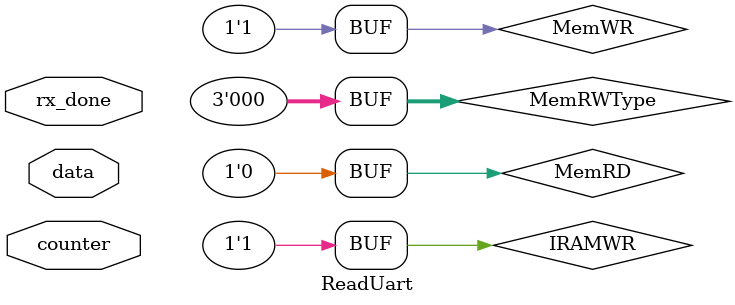
<source format=v>
`timescale 1ns / 1ps

module ReadUart(
    input rx_done,
    input [31:0] counter,
    input [7:0] data
    );
    
    wire MemRD;
    wire MemWR;  
    wire [2:0] MemRWType;
    
    assign MemRD = 0;
    assign MemWR = 1;
    assign MemRWType = 3'b000;
    
    
    
    DRAM dram(
        .clk(rx_done),
        .MemRD(MemRD),
        .MemWR(MemWR),
        .MemRWType(MemRWType),
        .ALUoutput(counter),
        .rd2(data)
    );
    
    wire IRAMWR;

    assign IRAMWR = 1;
    
    IRAM iram(
        .clk(rx_done),
        .IRAMWR(IRAMWR),
        .addr(counter),
        .instrWR(data),
        .pc(pc),
        .instr(instr)
    );
    
    
endmodule

</source>
